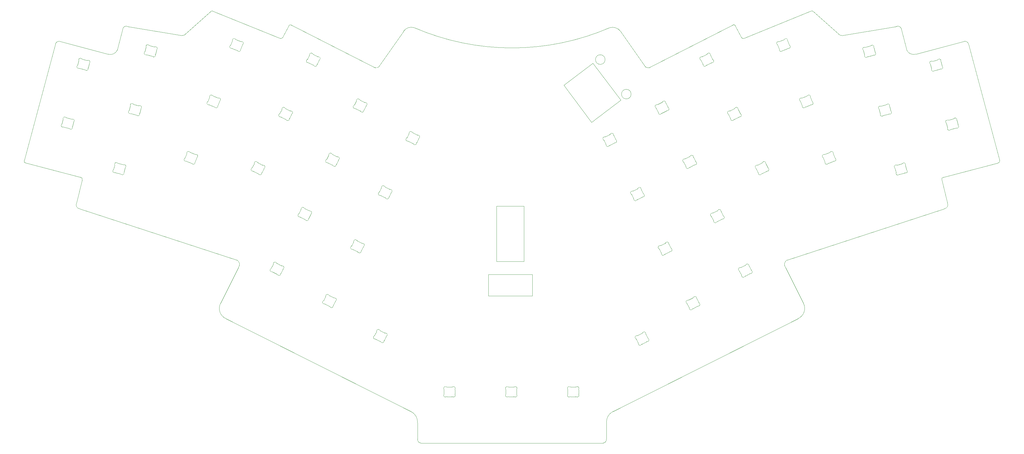
<source format=gbr>
%TF.GenerationSoftware,KiCad,Pcbnew,(6.0.4)*%
%TF.CreationDate,2023-01-19T19:57:53+01:00*%
%TF.ProjectId,Zazu,5a617a75-2e6b-4696-9361-645f70636258,rev?*%
%TF.SameCoordinates,Original*%
%TF.FileFunction,Profile,NP*%
%FSLAX46Y46*%
G04 Gerber Fmt 4.6, Leading zero omitted, Abs format (unit mm)*
G04 Created by KiCad (PCBNEW (6.0.4)) date 2023-01-19 19:57:53*
%MOMM*%
%LPD*%
G01*
G04 APERTURE LIST*
%TA.AperFunction,Profile*%
%ADD10C,0.050000*%
%TD*%
%TA.AperFunction,Profile*%
%ADD11C,0.100000*%
%TD*%
%TA.AperFunction,Profile*%
%ADD12C,0.120000*%
%TD*%
G04 APERTURE END LIST*
D10*
X312619583Y-151392042D02*
G75*
G03*
X314270601Y-146566082I-1425983J3183242D01*
G01*
X120433765Y-63015768D02*
G75*
G03*
X121106020Y-62838735I185535J660368D01*
G01*
X229683344Y-144280080D02*
X229683343Y-137580079D01*
X192857226Y-60578797D02*
G75*
G03*
X189551344Y-61634078I-946726J-2740003D01*
G01*
X132434436Y-146578438D02*
G75*
G03*
X134085436Y-151404438I3076964J-1642762D01*
G01*
X192857246Y-60578740D02*
G75*
G03*
X253851705Y-60578744I30497234J70469010D01*
G01*
X101954436Y-60726438D02*
X100176436Y-67584438D01*
X344750568Y-60714099D02*
G75*
G03*
X343226601Y-60206082I-1020268J-520801D01*
G01*
X82142438Y-64790403D02*
G75*
G03*
X80872436Y-65806438I-71238J-1212697D01*
G01*
X71220506Y-101874482D02*
G75*
G03*
X71748492Y-102842087I537394J-334618D01*
G01*
X314270601Y-146566082D02*
X308682601Y-135390082D01*
X309186695Y-133104082D02*
X358212601Y-117102082D01*
X151153992Y-63952081D02*
X129973258Y-55365110D01*
X254961620Y-180348123D02*
G75*
G03*
X252830436Y-183916438I1548580J-3345477D01*
G01*
X365832573Y-65794087D02*
G75*
G03*
X364562601Y-64778082I-1198773J-196713D01*
G01*
X374956545Y-102829731D02*
X357912066Y-107272346D01*
X292967640Y-59875750D02*
G75*
G03*
X292459692Y-59621723I-418340J-201650D01*
G01*
X294999655Y-63685739D02*
G75*
G03*
X295551045Y-63939725I413945J173139D01*
G01*
X317269333Y-55432439D02*
G75*
G03*
X316731779Y-55352754I-330933J-379461D01*
G01*
X265027704Y-72829711D02*
X257153703Y-61621709D01*
X87476436Y-115336438D02*
X89213394Y-108032807D01*
X151153965Y-63952165D02*
G75*
G03*
X151705346Y-63698080I137435J427065D01*
G01*
X154245343Y-59634087D02*
G75*
G03*
X153737346Y-59888082I-89643J-455713D01*
G01*
X252830436Y-188996438D02*
X252830436Y-183916438D01*
X180661346Y-73096079D02*
X154245345Y-59634079D01*
X292459692Y-59621723D02*
X266043691Y-73083723D01*
X97382436Y-68854438D02*
X82142436Y-64790438D01*
X89213436Y-108032825D02*
G75*
G03*
X88792971Y-107284702I-493736J214725D01*
G01*
X346528559Y-67572101D02*
G75*
G03*
X349322601Y-68842082I2122541J961201D01*
G01*
X189551344Y-61634078D02*
X181677343Y-72842080D01*
X357912057Y-107272282D02*
G75*
G03*
X357491643Y-108020451I73343J-533418D01*
G01*
X120433771Y-63015746D02*
X103478436Y-60218438D01*
X294999691Y-63685724D02*
X292967691Y-59875726D01*
X257153668Y-61621736D02*
G75*
G03*
X253851705Y-60578744I-2409468J-1879764D01*
G01*
X97382445Y-68854407D02*
G75*
G03*
X100176436Y-67584438I671455J2231207D01*
G01*
X364562601Y-64778082D02*
X349322601Y-68842082D01*
X316731779Y-55352754D02*
X295551045Y-63939725D01*
X374956533Y-102829677D02*
G75*
G03*
X375484601Y-101862082I-154433J712177D01*
G01*
X193874644Y-188996441D02*
G75*
G03*
X194890600Y-190266438I1207056J-75759D01*
G01*
X88492436Y-117114438D02*
X137518342Y-133116438D01*
X325599000Y-62826396D02*
G75*
G03*
X326271266Y-63003390I486700J483396D01*
G01*
X194890600Y-190266438D02*
X251814436Y-190266438D01*
X138022436Y-135402438D02*
X132434436Y-146578438D01*
X325599017Y-62826379D02*
X317269352Y-55432417D01*
X215967345Y-144280079D02*
X229683344Y-144280080D01*
X346528601Y-67572082D02*
X344750601Y-60714082D01*
X215967345Y-144280079D02*
X215967342Y-137580080D01*
X358212600Y-117102068D02*
G75*
G03*
X359228601Y-115324082I-74700J1221968D01*
G01*
X129435685Y-55444773D02*
X121106020Y-62838735D01*
X365832601Y-65794082D02*
X375484601Y-101862082D01*
X309186688Y-133104069D02*
G75*
G03*
X308682601Y-135390082I733512J-1360331D01*
G01*
X265027685Y-72829732D02*
G75*
G03*
X266043701Y-73083710I734515J779132D01*
G01*
X215967342Y-137580080D02*
X229683343Y-137580079D01*
X134085436Y-151404438D02*
X191743436Y-180360438D01*
X357491643Y-108020451D02*
X359228601Y-115324082D01*
X103478423Y-60218466D02*
G75*
G03*
X101954436Y-60726438I-503723J-1028834D01*
G01*
X87476453Y-115336446D02*
G75*
G03*
X88492436Y-117114438I1090647J-556054D01*
G01*
X71220436Y-101874438D02*
X80872436Y-65806438D01*
X153737346Y-59888082D02*
X151705346Y-63698080D01*
X193874600Y-183916438D02*
X193874600Y-188996438D01*
X251814434Y-190266428D02*
G75*
G03*
X252830436Y-188996438I-191034J1194228D01*
G01*
X129973251Y-55365126D02*
G75*
G03*
X129435685Y-55444773I-206651J-459174D01*
G01*
X88792971Y-107284702D02*
X71748492Y-102842087D01*
X193874629Y-183916440D02*
G75*
G03*
X191743436Y-180360438I-3662129J221840D01*
G01*
X254961601Y-180348082D02*
X312619601Y-151392082D01*
X343226601Y-60206082D02*
X326271266Y-63003390D01*
X138022374Y-135402392D02*
G75*
G03*
X137518342Y-133116438I-1237474J925692D01*
G01*
X180661352Y-73096056D02*
G75*
G03*
X181677343Y-72842080I281448J1033256D01*
G01*
D11*
%TO.C,D73*%
X240740437Y-174967279D02*
X240740437Y-173561595D01*
X244140435Y-173561595D02*
X244140435Y-174967279D01*
X241645984Y-172764438D02*
X243234889Y-172764438D01*
X243234888Y-175764437D02*
X241645984Y-175764437D01*
X241393725Y-172696138D02*
G75*
G03*
X241645983Y-172764437I252261J431711D01*
G01*
X241393726Y-172696137D02*
G75*
G03*
X240690952Y-173344717I-252260J-431700D01*
G01*
X243487147Y-175832736D02*
G75*
G03*
X243234888Y-175764437I-252261J-431710D01*
G01*
X241645984Y-175764438D02*
G75*
G03*
X241393726Y-175832736I2J-500009D01*
G01*
X240690954Y-175184158D02*
G75*
G03*
X240740437Y-174967280I-450498J216871D01*
G01*
X240690955Y-175184158D02*
G75*
G03*
X241393725Y-175832734I450511J-216879D01*
G01*
X244189920Y-173344717D02*
G75*
G03*
X244140435Y-173561594I450505J-216876D01*
G01*
X240740438Y-173561595D02*
G75*
G03*
X240690952Y-173344717I-499302J158D01*
G01*
X243234889Y-172764438D02*
G75*
G03*
X243487147Y-172696139I-3J500009D01*
G01*
X244140435Y-174967279D02*
G75*
G03*
X244189920Y-175184157I499990J-2D01*
G01*
X243487147Y-175832736D02*
G75*
G03*
X244189920Y-175184156I252259J431700D01*
G01*
X244189919Y-173344717D02*
G75*
G03*
X243487147Y-172696139I-450514J216878D01*
G01*
%TO.C,D42*%
X345828609Y-105942310D02*
X344293845Y-106353549D01*
X346133162Y-103580155D02*
X346496980Y-104937942D01*
X343517388Y-103455772D02*
X345052153Y-103044533D01*
X343212834Y-105817926D02*
X342849016Y-104460140D01*
X343221168Y-106040222D02*
G75*
G03*
X343212834Y-105817927I-491276J92884D01*
G01*
X342849017Y-104460140D02*
G75*
G03*
X342745085Y-104263459I-482329J-129076D01*
G01*
X346089949Y-105942993D02*
G75*
G03*
X346600911Y-105134621I131931J482280D01*
G01*
X343221170Y-106040222D02*
G75*
G03*
X344067858Y-106484808I491293J-92888D01*
G01*
X344293845Y-106353550D02*
G75*
G03*
X344067860Y-106484810I129414J-482971D01*
G01*
X346124829Y-103357860D02*
G75*
G03*
X346133162Y-103580154I491286J-92887D01*
G01*
X345052153Y-103044534D02*
G75*
G03*
X345278138Y-102913273I-129415J482971D01*
G01*
X346496980Y-104937942D02*
G75*
G03*
X346600911Y-105134622I482954J129405D01*
G01*
X346124828Y-103357860D02*
G75*
G03*
X345278138Y-102913273I-491295J92886D01*
G01*
X343256047Y-103455088D02*
G75*
G03*
X342745085Y-104263459I-131931J-482280D01*
G01*
X343256047Y-103455090D02*
G75*
G03*
X343517387Y-103455772I131931J482292D01*
G01*
X346089949Y-105942993D02*
G75*
G03*
X345828609Y-105942310I-131931J-482297D01*
G01*
%TO.C,D85*%
X151859461Y-135993765D02*
X151221293Y-137246239D01*
X149998790Y-134151036D02*
X151414515Y-134872384D01*
X148191873Y-135702672D02*
X148830040Y-134450199D01*
X150052543Y-137545402D02*
X148636819Y-136824055D01*
X148830041Y-134450199D02*
G75*
G03*
X148884409Y-134234493I-444810J226819D01*
G01*
X148636819Y-136824055D02*
G75*
G03*
X148381048Y-136770387I-226998J-445513D01*
G01*
X151414515Y-134872385D02*
G75*
G03*
X151670285Y-134926052I226995J445506D01*
G01*
X148049323Y-135873448D02*
G75*
G03*
X148381048Y-136770385I302947J-397769D01*
G01*
X150246299Y-137720780D02*
G75*
G03*
X151166925Y-137461944I420753J270124D01*
G01*
X152002012Y-135822990D02*
G75*
G03*
X151670285Y-134926052I-302951J397768D01*
G01*
X150246300Y-137720780D02*
G75*
G03*
X150052543Y-137545402I-420763J-270138D01*
G01*
X149805034Y-133975656D02*
G75*
G03*
X148884409Y-134234493I-420752J-270125D01*
G01*
X151221294Y-137246239D02*
G75*
G03*
X151166924Y-137461944I445493J-226993D01*
G01*
X148049320Y-135873444D02*
G75*
G03*
X148191872Y-135702673I-302941J397765D01*
G01*
X152002013Y-135822992D02*
G75*
G03*
X151859461Y-135993765I302936J-397757D01*
G01*
X149805033Y-133975657D02*
G75*
G03*
X149998790Y-134151035I420759J270133D01*
G01*
%TO.C,D56*%
X338284480Y-87414601D02*
X337920662Y-86056815D01*
X340900255Y-87538985D02*
X339365491Y-87950224D01*
X338589034Y-85052447D02*
X340123799Y-84641208D01*
X341204808Y-85176830D02*
X341568626Y-86534617D01*
X341161595Y-87539668D02*
G75*
G03*
X341672557Y-86731296I131931J482280D01*
G01*
X338292816Y-87636897D02*
G75*
G03*
X339139504Y-88081483I491293J-92888D01*
G01*
X338292814Y-87636897D02*
G75*
G03*
X338284480Y-87414602I-491276J92884D01*
G01*
X339365491Y-87950225D02*
G75*
G03*
X339139506Y-88081485I129414J-482971D01*
G01*
X341196474Y-84954535D02*
G75*
G03*
X340349784Y-84509948I-491295J92886D01*
G01*
X340123799Y-84641209D02*
G75*
G03*
X340349784Y-84509948I-129415J482971D01*
G01*
X338327693Y-85051763D02*
G75*
G03*
X337816731Y-85860134I-131931J-482280D01*
G01*
X341196475Y-84954535D02*
G75*
G03*
X341204808Y-85176829I491286J-92887D01*
G01*
X341161595Y-87539668D02*
G75*
G03*
X340900255Y-87538985I-131931J-482297D01*
G01*
X337920663Y-86056815D02*
G75*
G03*
X337816731Y-85860134I-482329J-129076D01*
G01*
X338327693Y-85051765D02*
G75*
G03*
X338589033Y-85052447I131931J482292D01*
G01*
X341568626Y-86534617D02*
G75*
G03*
X341672557Y-86731297I482954J129405D01*
G01*
%TO.C,D50*%
X252479395Y-94613475D02*
X253895120Y-93892127D01*
X255063869Y-94191290D02*
X255702036Y-95443763D01*
X255257090Y-96565146D02*
X253841366Y-97286493D01*
X252672616Y-96987330D02*
X252034448Y-95734856D01*
X252726983Y-97203035D02*
G75*
G03*
X252672616Y-96987331I-499863J-11284D01*
G01*
X252034449Y-95734856D02*
G75*
G03*
X251891896Y-95564082I-444953J-226538D01*
G01*
X255009500Y-93975584D02*
G75*
G03*
X254088876Y-93716749I-499872J-11291D01*
G01*
X253841366Y-97286494D02*
G75*
G03*
X253647610Y-97461871I227002J-445511D01*
G01*
X252223623Y-94667141D02*
G75*
G03*
X252479394Y-94613474I28774J499180D01*
G01*
X255009499Y-93975584D02*
G75*
G03*
X255063868Y-94191289I499854J11285D01*
G01*
X255512861Y-96511477D02*
G75*
G03*
X255257090Y-96565146I-28772J-499188D01*
G01*
X255702036Y-95443763D02*
G75*
G03*
X255844588Y-95614537I445495J226989D01*
G01*
X253895120Y-93892127D02*
G75*
G03*
X254088876Y-93716749I-227002J445510D01*
G01*
X252726987Y-97203035D02*
G75*
G03*
X253647608Y-97461870I499870J11287D01*
G01*
X252223623Y-94667141D02*
G75*
G03*
X251891896Y-95564082I-28777J-499171D01*
G01*
X255512861Y-96511478D02*
G75*
G03*
X255844588Y-95614536I28777J499171D01*
G01*
%TO.C,D57*%
X268974790Y-86945234D02*
X268336622Y-85692760D01*
X268781569Y-84571379D02*
X270197294Y-83850031D01*
X271559264Y-86523050D02*
X270143540Y-87244397D01*
X271366043Y-84149194D02*
X272004210Y-85401667D01*
X268336623Y-85692760D02*
G75*
G03*
X268194070Y-85521986I-444953J-226538D01*
G01*
X270197294Y-83850031D02*
G75*
G03*
X270391050Y-83674653I-227002J445510D01*
G01*
X271311673Y-83933488D02*
G75*
G03*
X271366042Y-84149193I499854J11285D01*
G01*
X271815035Y-86469381D02*
G75*
G03*
X271559264Y-86523050I-28772J-499188D01*
G01*
X271815035Y-86469382D02*
G75*
G03*
X272146762Y-85572440I28777J499171D01*
G01*
X269029161Y-87160939D02*
G75*
G03*
X269949782Y-87419774I499870J11287D01*
G01*
X270143540Y-87244398D02*
G75*
G03*
X269949784Y-87419775I227002J-445511D01*
G01*
X268525797Y-84625045D02*
G75*
G03*
X268781568Y-84571378I28774J499180D01*
G01*
X272004210Y-85401667D02*
G75*
G03*
X272146762Y-85572441I445495J226989D01*
G01*
X271311674Y-83933488D02*
G75*
G03*
X270391050Y-83674653I-499872J-11291D01*
G01*
X269029157Y-87160939D02*
G75*
G03*
X268974790Y-86945235I-499863J-11284D01*
G01*
X268525797Y-84625045D02*
G75*
G03*
X268194070Y-85521986I-28777J-499171D01*
G01*
%TO.C,D48*%
X99010631Y-104826436D02*
X99374449Y-103468649D01*
X101213766Y-106242043D02*
X99679002Y-105830804D01*
X102658595Y-104348634D02*
X102294777Y-105706420D01*
X100455459Y-102933028D02*
X101990224Y-103344267D01*
X102762526Y-104151953D02*
G75*
G03*
X102251563Y-103343584I-379033J326089D01*
G01*
X102762526Y-104151953D02*
G75*
G03*
X102658595Y-104348633I379014J-326081D01*
G01*
X99679002Y-105830805D02*
G75*
G03*
X99417663Y-105831487I-129410J-482972D01*
G01*
X101439752Y-106373304D02*
G75*
G03*
X101213766Y-106242043I-355404J-351716D01*
G01*
X99374449Y-103468649D02*
G75*
G03*
X99382782Y-103246354I-482247J129381D01*
G01*
X101990224Y-103344266D02*
G75*
G03*
X102251563Y-103343584I129409J482964D01*
G01*
X100229475Y-102801764D02*
G75*
G03*
X99382782Y-103246354I-355397J-351701D01*
G01*
X100229474Y-102801765D02*
G75*
G03*
X100455459Y-102933026I355400J351710D01*
G01*
X98906702Y-105023118D02*
G75*
G03*
X99417662Y-105831485I379028J-326090D01*
G01*
X98906702Y-105023118D02*
G75*
G03*
X99010631Y-104826437I-379018J326079D01*
G01*
X102294776Y-105706420D02*
G75*
G03*
X102286443Y-105928716I482954J-129409D01*
G01*
X101439752Y-106373304D02*
G75*
G03*
X102286444Y-105928715I355396J351701D01*
G01*
%TO.C,D49*%
X359244640Y-91798361D02*
X358880822Y-90440575D01*
X359549194Y-89436207D02*
X361083959Y-89024968D01*
X362164968Y-89560590D02*
X362528786Y-90918377D01*
X361860415Y-91922745D02*
X360325651Y-92333984D01*
X358880823Y-90440575D02*
G75*
G03*
X358776891Y-90243894I-482329J-129076D01*
G01*
X359252976Y-92020657D02*
G75*
G03*
X360099664Y-92465243I491293J-92888D01*
G01*
X362156634Y-89338295D02*
G75*
G03*
X361309944Y-88893708I-491295J92886D01*
G01*
X359287853Y-89435525D02*
G75*
G03*
X359549193Y-89436207I131931J482292D01*
G01*
X362121755Y-91923428D02*
G75*
G03*
X362632717Y-91115056I131931J482280D01*
G01*
X361083959Y-89024969D02*
G75*
G03*
X361309944Y-88893708I-129415J482971D01*
G01*
X362156635Y-89338295D02*
G75*
G03*
X362164968Y-89560589I491286J-92887D01*
G01*
X362528786Y-90918377D02*
G75*
G03*
X362632717Y-91115057I482954J129405D01*
G01*
X359287853Y-89435523D02*
G75*
G03*
X358776891Y-90243894I-131931J-482280D01*
G01*
X359252974Y-92020657D02*
G75*
G03*
X359244640Y-91798362I-491276J92884D01*
G01*
X360325651Y-92333985D02*
G75*
G03*
X360099666Y-92465245I129414J-482971D01*
G01*
X362121755Y-91923428D02*
G75*
G03*
X361860415Y-91922745I-131931J-482297D01*
G01*
%TO.C,D46*%
X89998078Y-73683925D02*
X88463314Y-73272686D01*
X91442907Y-71790516D02*
X91079089Y-73148302D01*
X87794943Y-72268318D02*
X88158761Y-70910531D01*
X89239771Y-70374910D02*
X90774536Y-70786149D01*
X88463314Y-73272687D02*
G75*
G03*
X88201975Y-73273369I-129410J-482972D01*
G01*
X91546838Y-71593835D02*
G75*
G03*
X91035875Y-70785466I-379033J326089D01*
G01*
X88158761Y-70910531D02*
G75*
G03*
X88167094Y-70688236I-482247J129381D01*
G01*
X87691014Y-72465000D02*
G75*
G03*
X87794943Y-72268319I-379018J326079D01*
G01*
X91079088Y-73148302D02*
G75*
G03*
X91070755Y-73370598I482954J-129409D01*
G01*
X87691014Y-72465000D02*
G75*
G03*
X88201974Y-73273367I379028J-326090D01*
G01*
X90224064Y-73815186D02*
G75*
G03*
X91070756Y-73370597I355396J351701D01*
G01*
X90774536Y-70786148D02*
G75*
G03*
X91035875Y-70785466I129409J482964D01*
G01*
X90224064Y-73815186D02*
G75*
G03*
X89998078Y-73683925I-355404J-351716D01*
G01*
X89013786Y-70243647D02*
G75*
G03*
X89239771Y-70374908I355400J351710D01*
G01*
X91546838Y-71593835D02*
G75*
G03*
X91442907Y-71790515I379014J-326081D01*
G01*
X89013787Y-70243646D02*
G75*
G03*
X88167094Y-70688236I-355397J-351701D01*
G01*
%TO.C,D51*%
X297542517Y-137390290D02*
X296126793Y-138111637D01*
X294764822Y-135438619D02*
X296180547Y-134717271D01*
X294958043Y-137812474D02*
X294319875Y-136560000D01*
X297349296Y-135016434D02*
X297987463Y-136268907D01*
X296126793Y-138111638D02*
G75*
G03*
X295933037Y-138287015I227002J-445511D01*
G01*
X294509050Y-135492285D02*
G75*
G03*
X294177323Y-136389226I-28777J-499171D01*
G01*
X297987463Y-136268907D02*
G75*
G03*
X298130015Y-136439681I445495J226989D01*
G01*
X295012410Y-138028179D02*
G75*
G03*
X294958043Y-137812475I-499863J-11284D01*
G01*
X294319876Y-136560000D02*
G75*
G03*
X294177323Y-136389226I-444953J-226538D01*
G01*
X297294926Y-134800728D02*
G75*
G03*
X297349295Y-135016433I499854J11285D01*
G01*
X297798288Y-137336622D02*
G75*
G03*
X298130015Y-136439680I28777J499171D01*
G01*
X296180547Y-134717271D02*
G75*
G03*
X296374303Y-134541893I-227002J445510D01*
G01*
X297798288Y-137336621D02*
G75*
G03*
X297542517Y-137390290I-28772J-499188D01*
G01*
X295012414Y-138028179D02*
G75*
G03*
X295933035Y-138287014I499870J11287D01*
G01*
X294509050Y-135492285D02*
G75*
G03*
X294764821Y-135438618I28774J499180D01*
G01*
X297294927Y-134800728D02*
G75*
G03*
X296374303Y-134541893I-499872J-11291D01*
G01*
%TO.C,D61*%
X154551512Y-87654195D02*
X153913344Y-88906669D01*
X150883924Y-87363102D02*
X151522091Y-86110629D01*
X152744594Y-89205832D02*
X151328870Y-88484485D01*
X152690841Y-85811466D02*
X154106566Y-86532814D01*
X154106566Y-86532815D02*
G75*
G03*
X154362336Y-86586482I226995J445506D01*
G01*
X151328870Y-88484485D02*
G75*
G03*
X151073099Y-88430817I-226998J-445513D01*
G01*
X152497085Y-85636086D02*
G75*
G03*
X151576460Y-85894923I-420752J-270125D01*
G01*
X152938350Y-89381210D02*
G75*
G03*
X153858976Y-89122374I420753J270124D01*
G01*
X152497084Y-85636087D02*
G75*
G03*
X152690841Y-85811465I420759J270133D01*
G01*
X150741371Y-87533874D02*
G75*
G03*
X150883923Y-87363103I-302941J397765D01*
G01*
X151522092Y-86110629D02*
G75*
G03*
X151576460Y-85894923I-444810J226819D01*
G01*
X153913345Y-88906669D02*
G75*
G03*
X153858975Y-89122374I445493J-226993D01*
G01*
X154694063Y-87483420D02*
G75*
G03*
X154362336Y-86586482I-302951J397768D01*
G01*
X152938351Y-89381210D02*
G75*
G03*
X152744594Y-89205832I-420763J-270138D01*
G01*
X150741374Y-87533878D02*
G75*
G03*
X151073099Y-88430815I302947J-397769D01*
G01*
X154694064Y-87483422D02*
G75*
G03*
X154551512Y-87654195I302936J-397757D01*
G01*
%TO.C,D84*%
X173289263Y-128700430D02*
X173927430Y-127447957D01*
X175096180Y-127148794D02*
X176511905Y-127870142D01*
X175149933Y-130543160D02*
X173734209Y-129821813D01*
X176956851Y-128991523D02*
X176318683Y-130243997D01*
X174902424Y-126973414D02*
G75*
G03*
X173981799Y-127232251I-420752J-270125D01*
G01*
X177099402Y-128820748D02*
G75*
G03*
X176767675Y-127923810I-302951J397768D01*
G01*
X173146710Y-128871202D02*
G75*
G03*
X173289262Y-128700431I-302941J397765D01*
G01*
X173146713Y-128871206D02*
G75*
G03*
X173478438Y-129768143I302947J-397769D01*
G01*
X175343689Y-130718538D02*
G75*
G03*
X176264315Y-130459702I420753J270124D01*
G01*
X173734209Y-129821813D02*
G75*
G03*
X173478438Y-129768145I-226998J-445513D01*
G01*
X173927431Y-127447957D02*
G75*
G03*
X173981799Y-127232251I-444810J226819D01*
G01*
X174902423Y-126973415D02*
G75*
G03*
X175096180Y-127148793I420759J270133D01*
G01*
X177099403Y-128820750D02*
G75*
G03*
X176956851Y-128991523I302936J-397757D01*
G01*
X176318684Y-130243997D02*
G75*
G03*
X176264314Y-130459702I445493J-226993D01*
G01*
X176511905Y-127870143D02*
G75*
G03*
X176767675Y-127923810I226995J445506D01*
G01*
X175343690Y-130718538D02*
G75*
G03*
X175149933Y-130543160I-420763J-270138D01*
G01*
%TO.C,D91*%
X84344897Y-88709028D02*
X85879662Y-89120267D01*
X86548033Y-90124634D02*
X86184215Y-91482420D01*
X82900069Y-90602436D02*
X83263887Y-89244649D01*
X85103204Y-92018043D02*
X83568440Y-91606804D01*
X82796140Y-90799118D02*
G75*
G03*
X83307100Y-91607485I379028J-326090D01*
G01*
X83263887Y-89244649D02*
G75*
G03*
X83272220Y-89022354I-482247J129381D01*
G01*
X86651964Y-89927953D02*
G75*
G03*
X86548033Y-90124633I379014J-326081D01*
G01*
X84118913Y-88577764D02*
G75*
G03*
X83272220Y-89022354I-355397J-351701D01*
G01*
X86651964Y-89927953D02*
G75*
G03*
X86141001Y-89119584I-379033J326089D01*
G01*
X85329190Y-92149304D02*
G75*
G03*
X85103204Y-92018043I-355404J-351716D01*
G01*
X86184214Y-91482420D02*
G75*
G03*
X86175881Y-91704716I482954J-129409D01*
G01*
X83568440Y-91606805D02*
G75*
G03*
X83307101Y-91607487I-129410J-482972D01*
G01*
X85329190Y-92149304D02*
G75*
G03*
X86175882Y-91704715I355396J351701D01*
G01*
X85879662Y-89120266D02*
G75*
G03*
X86141001Y-89119584I129409J482964D01*
G01*
X82796140Y-90799118D02*
G75*
G03*
X82900069Y-90602437I-379018J326079D01*
G01*
X84118912Y-88577765D02*
G75*
G03*
X84344897Y-88709026I355400J351710D01*
G01*
%TO.C,D90*%
X194236152Y-95205818D02*
X193597984Y-96458292D01*
X190568564Y-94914725D02*
X191206731Y-93662252D01*
X192375481Y-93363089D02*
X193791206Y-94084437D01*
X192429234Y-96757455D02*
X191013510Y-96036108D01*
X193597985Y-96458292D02*
G75*
G03*
X193543615Y-96673997I445493J-226993D01*
G01*
X191013510Y-96036108D02*
G75*
G03*
X190757739Y-95982440I-226998J-445513D01*
G01*
X194378704Y-95035045D02*
G75*
G03*
X194236152Y-95205818I302936J-397757D01*
G01*
X193791206Y-94084438D02*
G75*
G03*
X194046976Y-94138105I226995J445506D01*
G01*
X192181724Y-93187710D02*
G75*
G03*
X192375481Y-93363088I420759J270133D01*
G01*
X191206732Y-93662252D02*
G75*
G03*
X191261100Y-93446546I-444810J226819D01*
G01*
X190426014Y-95085501D02*
G75*
G03*
X190757739Y-95982438I302947J-397769D01*
G01*
X192181725Y-93187709D02*
G75*
G03*
X191261100Y-93446546I-420752J-270125D01*
G01*
X190426011Y-95085497D02*
G75*
G03*
X190568563Y-94914726I-302941J397765D01*
G01*
X192622991Y-96932833D02*
G75*
G03*
X192429234Y-96757455I-420763J-270138D01*
G01*
X194378703Y-95035043D02*
G75*
G03*
X194046976Y-94138105I-302951J397768D01*
G01*
X192622990Y-96932833D02*
G75*
G03*
X193543616Y-96673997I420753J270124D01*
G01*
%TO.C,D83*%
X103880255Y-86411361D02*
X104244073Y-85053574D01*
X106083390Y-87826968D02*
X104548626Y-87415729D01*
X105325083Y-84517953D02*
X106859848Y-84929192D01*
X107528219Y-85933559D02*
X107164401Y-87291345D01*
X103776326Y-86608043D02*
G75*
G03*
X103880255Y-86411362I-379018J326079D01*
G01*
X104244073Y-85053574D02*
G75*
G03*
X104252406Y-84831279I-482247J129381D01*
G01*
X103776326Y-86608043D02*
G75*
G03*
X104287286Y-87416410I379028J-326090D01*
G01*
X107164400Y-87291345D02*
G75*
G03*
X107156067Y-87513641I482954J-129409D01*
G01*
X107632150Y-85736878D02*
G75*
G03*
X107121187Y-84928509I-379033J326089D01*
G01*
X105099099Y-84386689D02*
G75*
G03*
X104252406Y-84831279I-355397J-351701D01*
G01*
X105099098Y-84386690D02*
G75*
G03*
X105325083Y-84517951I355400J351710D01*
G01*
X104548626Y-87415730D02*
G75*
G03*
X104287287Y-87416412I-129410J-482972D01*
G01*
X106309376Y-87958229D02*
G75*
G03*
X107156068Y-87513640I355396J351701D01*
G01*
X106309376Y-87958229D02*
G75*
G03*
X106083390Y-87826968I-355404J-351716D01*
G01*
X106859848Y-84929191D02*
G75*
G03*
X107121187Y-84928509I129409J482964D01*
G01*
X107632150Y-85736878D02*
G75*
G03*
X107528219Y-85933558I379014J-326081D01*
G01*
%TO.C,D59*%
X204629304Y-175764438D02*
X203040400Y-175764438D01*
X203040400Y-172764439D02*
X204629305Y-172764439D01*
X205534851Y-173561596D02*
X205534851Y-174967280D01*
X202134853Y-174967280D02*
X202134853Y-173561596D01*
X205584336Y-173344718D02*
G75*
G03*
X205534851Y-173561595I450505J-216876D01*
G01*
X202134854Y-173561596D02*
G75*
G03*
X202085368Y-173344718I-499302J158D01*
G01*
X205584335Y-173344718D02*
G75*
G03*
X204881563Y-172696140I-450514J216878D01*
G01*
X205534851Y-174967280D02*
G75*
G03*
X205584336Y-175184158I499990J-2D01*
G01*
X202788141Y-172696139D02*
G75*
G03*
X203040399Y-172764438I252261J431711D01*
G01*
X204881563Y-175832737D02*
G75*
G03*
X204629304Y-175764438I-252261J-431710D01*
G01*
X204629305Y-172764439D02*
G75*
G03*
X204881563Y-172696140I-3J500009D01*
G01*
X202788142Y-172696138D02*
G75*
G03*
X202085368Y-173344718I-252260J-431700D01*
G01*
X204881563Y-175832737D02*
G75*
G03*
X205584336Y-175184157I252259J431700D01*
G01*
X203040400Y-175764439D02*
G75*
G03*
X202788142Y-175832737I2J-500009D01*
G01*
X202085371Y-175184159D02*
G75*
G03*
X202788141Y-175832735I450511J-216879D01*
G01*
X202085370Y-175184159D02*
G75*
G03*
X202134853Y-174967281I-450498J216871D01*
G01*
%TO.C,D88*%
X323602906Y-102303973D02*
X322129700Y-102899187D01*
X321005881Y-100117636D02*
X322479088Y-99522422D01*
X320991471Y-102499299D02*
X320464893Y-101195971D01*
X323617316Y-99922309D02*
X324143894Y-101225637D01*
X322479088Y-99522422D02*
G75*
G03*
X322687392Y-99364599I-187309J463599D01*
G01*
X320746405Y-100148806D02*
G75*
G03*
X320337767Y-101013423I-72173J-494764D01*
G01*
X320746405Y-100148808D02*
G75*
G03*
X321005880Y-100117636I72170J494775D01*
G01*
X321026836Y-102718922D02*
G75*
G03*
X321921394Y-103057009I498951J-32322D01*
G01*
X324143895Y-101225637D02*
G75*
G03*
X324271020Y-101408185I463583J187298D01*
G01*
X320464893Y-101195971D02*
G75*
G03*
X320337767Y-101013423I-463003J-186895D01*
G01*
X323581951Y-99702686D02*
G75*
G03*
X322687392Y-99364599I-498952J32320D01*
G01*
X323862382Y-102272803D02*
G75*
G03*
X324271020Y-101408184I72173J494765D01*
G01*
X322129700Y-102899188D02*
G75*
G03*
X321921396Y-103057010I187309J-463599D01*
G01*
X323581954Y-99702686D02*
G75*
G03*
X323617316Y-99922309I498935J-32324D01*
G01*
X321026832Y-102718922D02*
G75*
G03*
X320991472Y-102499300I-498945J32325D01*
G01*
X323862382Y-102272801D02*
G75*
G03*
X323602906Y-102303973I-72171J-494773D01*
G01*
%TO.C,D67*%
X161316658Y-68882345D02*
X162732383Y-69603693D01*
X163177329Y-70725074D02*
X162539161Y-71977548D01*
X161370411Y-72276711D02*
X159954687Y-71555364D01*
X159509741Y-70433981D02*
X160147908Y-69181508D01*
X162732383Y-69603694D02*
G75*
G03*
X162988153Y-69657361I226995J445506D01*
G01*
X162539162Y-71977548D02*
G75*
G03*
X162484792Y-72193253I445493J-226993D01*
G01*
X160147909Y-69181508D02*
G75*
G03*
X160202277Y-68965802I-444810J226819D01*
G01*
X159367188Y-70604753D02*
G75*
G03*
X159509740Y-70433982I-302941J397765D01*
G01*
X161122902Y-68706965D02*
G75*
G03*
X160202277Y-68965802I-420752J-270125D01*
G01*
X163319881Y-70554301D02*
G75*
G03*
X163177329Y-70725074I302936J-397757D01*
G01*
X163319880Y-70554299D02*
G75*
G03*
X162988153Y-69657361I-302951J397768D01*
G01*
X159367191Y-70604757D02*
G75*
G03*
X159698916Y-71501694I302947J-397769D01*
G01*
X159954687Y-71555364D02*
G75*
G03*
X159698916Y-71501696I-226998J-445513D01*
G01*
X161564167Y-72452089D02*
G75*
G03*
X162484793Y-72193253I420753J270124D01*
G01*
X161122901Y-68706966D02*
G75*
G03*
X161316658Y-68882344I420759J270133D01*
G01*
X161564168Y-72452089D02*
G75*
G03*
X161370411Y-72276711I-420763J-270138D01*
G01*
%TO.C,D72*%
X302567007Y-103042817D02*
X303205174Y-104295290D01*
X302760228Y-105416673D02*
X301344504Y-106138020D01*
X299982533Y-103465002D02*
X301398258Y-102743654D01*
X300175754Y-105838857D02*
X299537586Y-104586383D01*
X303015999Y-105363005D02*
G75*
G03*
X303347726Y-104466063I28777J499171D01*
G01*
X299537587Y-104586383D02*
G75*
G03*
X299395034Y-104415609I-444953J-226538D01*
G01*
X302512637Y-102827111D02*
G75*
G03*
X302567006Y-103042816I499854J11285D01*
G01*
X300230121Y-106054562D02*
G75*
G03*
X300175754Y-105838858I-499863J-11284D01*
G01*
X301344504Y-106138021D02*
G75*
G03*
X301150748Y-106313398I227002J-445511D01*
G01*
X303205174Y-104295290D02*
G75*
G03*
X303347726Y-104466064I445495J226989D01*
G01*
X302512638Y-102827111D02*
G75*
G03*
X301592014Y-102568276I-499872J-11291D01*
G01*
X301398258Y-102743654D02*
G75*
G03*
X301592014Y-102568276I-227002J445510D01*
G01*
X299726761Y-103518668D02*
G75*
G03*
X299982532Y-103465001I28774J499180D01*
G01*
X303015999Y-105363004D02*
G75*
G03*
X302760228Y-105416673I-28772J-499188D01*
G01*
X300230125Y-106054562D02*
G75*
G03*
X301150746Y-106313397I499870J11287D01*
G01*
X299726761Y-103518668D02*
G75*
G03*
X299395034Y-104415609I-28777J-499171D01*
G01*
%TO.C,D66*%
X224814847Y-173558288D02*
X224814847Y-174963972D01*
X221414849Y-174963972D02*
X221414849Y-173558288D01*
X222320396Y-172761131D02*
X223909301Y-172761131D01*
X223909300Y-175761130D02*
X222320396Y-175761130D01*
X222320396Y-175761131D02*
G75*
G03*
X222068138Y-175829429I2J-500009D01*
G01*
X222068137Y-172692831D02*
G75*
G03*
X222320395Y-172761130I252261J431711D01*
G01*
X224864332Y-173341410D02*
G75*
G03*
X224814847Y-173558287I450505J-216876D01*
G01*
X221365367Y-175180851D02*
G75*
G03*
X222068137Y-175829427I450511J-216879D01*
G01*
X224814847Y-174963972D02*
G75*
G03*
X224864332Y-175180850I499990J-2D01*
G01*
X223909301Y-172761131D02*
G75*
G03*
X224161559Y-172692832I-3J500009D01*
G01*
X224161559Y-175829429D02*
G75*
G03*
X223909300Y-175761130I-252261J-431710D01*
G01*
X221414850Y-173558288D02*
G75*
G03*
X221365364Y-173341410I-499302J158D01*
G01*
X224864331Y-173341410D02*
G75*
G03*
X224161559Y-172692832I-450514J216878D01*
G01*
X221365366Y-175180851D02*
G75*
G03*
X221414849Y-174963973I-450498J216871D01*
G01*
X224161559Y-175829429D02*
G75*
G03*
X224864332Y-175180849I252259J431700D01*
G01*
X222068138Y-172692830D02*
G75*
G03*
X221365364Y-173341410I-252260J-431700D01*
G01*
%TO.C,D44*%
X261105214Y-111542601D02*
X262520939Y-110821253D01*
X261298435Y-113916456D02*
X260660267Y-112663982D01*
X263882909Y-113494272D02*
X262467185Y-114215619D01*
X263689688Y-111120416D02*
X264327855Y-112372889D01*
X260849442Y-111596267D02*
G75*
G03*
X261105213Y-111542600I28774J499180D01*
G01*
X261352802Y-114132161D02*
G75*
G03*
X261298435Y-113916457I-499863J-11284D01*
G01*
X260660268Y-112663982D02*
G75*
G03*
X260517715Y-112493208I-444953J-226538D01*
G01*
X263635319Y-110904710D02*
G75*
G03*
X262714695Y-110645875I-499872J-11291D01*
G01*
X262467185Y-114215620D02*
G75*
G03*
X262273429Y-114390997I227002J-445511D01*
G01*
X260849442Y-111596267D02*
G75*
G03*
X260517715Y-112493208I-28777J-499171D01*
G01*
X262520939Y-110821253D02*
G75*
G03*
X262714695Y-110645875I-227002J445510D01*
G01*
X264138680Y-113440603D02*
G75*
G03*
X263882909Y-113494272I-28772J-499188D01*
G01*
X264138680Y-113440604D02*
G75*
G03*
X264470407Y-112543662I28777J499171D01*
G01*
X263635318Y-110904710D02*
G75*
G03*
X263689687Y-111120415I499854J11285D01*
G01*
X264327855Y-112372889D02*
G75*
G03*
X264470407Y-112543663I445495J226989D01*
G01*
X261352806Y-114132161D02*
G75*
G03*
X262273427Y-114390996I499870J11287D01*
G01*
%TO.C,D65*%
X286226426Y-120803486D02*
X285588258Y-119551012D01*
X288617679Y-118007446D02*
X289255846Y-119259919D01*
X286033205Y-118429631D02*
X287448930Y-117708283D01*
X288810900Y-120381302D02*
X287395176Y-121102649D01*
X286280793Y-121019191D02*
G75*
G03*
X286226426Y-120803487I-499863J-11284D01*
G01*
X288563310Y-117791740D02*
G75*
G03*
X287642686Y-117532905I-499872J-11291D01*
G01*
X286280797Y-121019191D02*
G75*
G03*
X287201418Y-121278026I499870J11287D01*
G01*
X289066671Y-120327634D02*
G75*
G03*
X289398398Y-119430692I28777J499171D01*
G01*
X287448930Y-117708283D02*
G75*
G03*
X287642686Y-117532905I-227002J445510D01*
G01*
X289066671Y-120327633D02*
G75*
G03*
X288810900Y-120381302I-28772J-499188D01*
G01*
X289255846Y-119259919D02*
G75*
G03*
X289398398Y-119430693I445495J226989D01*
G01*
X285588259Y-119551012D02*
G75*
G03*
X285445706Y-119380238I-444953J-226538D01*
G01*
X285777433Y-118483297D02*
G75*
G03*
X286033204Y-118429630I28774J499180D01*
G01*
X287395176Y-121102650D02*
G75*
G03*
X287201420Y-121278027I227002J-445511D01*
G01*
X288563309Y-117791740D02*
G75*
G03*
X288617678Y-118007445I499854J11285D01*
G01*
X285777433Y-118483297D02*
G75*
G03*
X285445706Y-119380238I-28777J-499171D01*
G01*
%TO.C,D41*%
X164562197Y-145740559D02*
X165200364Y-144488086D01*
X166422867Y-147583289D02*
X165007143Y-146861942D01*
X168229785Y-146031652D02*
X167591617Y-147284126D01*
X166369114Y-144188923D02*
X167784839Y-144910271D01*
X166175358Y-144013543D02*
G75*
G03*
X165254733Y-144272380I-420752J-270125D01*
G01*
X166616623Y-147758667D02*
G75*
G03*
X167537249Y-147499831I420753J270124D01*
G01*
X164419644Y-145911331D02*
G75*
G03*
X164562196Y-145740560I-302941J397765D01*
G01*
X164419647Y-145911335D02*
G75*
G03*
X164751372Y-146808272I302947J-397769D01*
G01*
X165200365Y-144488086D02*
G75*
G03*
X165254733Y-144272380I-444810J226819D01*
G01*
X168372336Y-145860877D02*
G75*
G03*
X168040609Y-144963939I-302951J397768D01*
G01*
X168372337Y-145860879D02*
G75*
G03*
X168229785Y-146031652I302936J-397757D01*
G01*
X167784839Y-144910272D02*
G75*
G03*
X168040609Y-144963939I226995J445506D01*
G01*
X166175357Y-144013544D02*
G75*
G03*
X166369114Y-144188922I420759J270133D01*
G01*
X167591618Y-147284126D02*
G75*
G03*
X167537248Y-147499831I445493J-226993D01*
G01*
X165007143Y-146861942D02*
G75*
G03*
X164751372Y-146808274I-226998J-445513D01*
G01*
X166616624Y-147758667D02*
G75*
G03*
X166422867Y-147583289I-420763J-270138D01*
G01*
%TO.C,D64*%
X282924118Y-71980610D02*
X282285950Y-70728136D01*
X282730897Y-69606755D02*
X284146622Y-68885407D01*
X285315371Y-69184570D02*
X285953538Y-70437043D01*
X285508592Y-71558426D02*
X284092868Y-72279773D01*
X285764363Y-71504757D02*
G75*
G03*
X285508592Y-71558426I-28772J-499188D01*
G01*
X285261002Y-68968864D02*
G75*
G03*
X284340378Y-68710029I-499872J-11291D01*
G01*
X282978485Y-72196315D02*
G75*
G03*
X282924118Y-71980611I-499863J-11284D01*
G01*
X282978489Y-72196315D02*
G75*
G03*
X283899110Y-72455150I499870J11287D01*
G01*
X285953538Y-70437043D02*
G75*
G03*
X286096090Y-70607817I445495J226989D01*
G01*
X285261001Y-68968864D02*
G75*
G03*
X285315370Y-69184569I499854J11285D01*
G01*
X284146622Y-68885407D02*
G75*
G03*
X284340378Y-68710029I-227002J445510D01*
G01*
X282285951Y-70728136D02*
G75*
G03*
X282143398Y-70557362I-444953J-226538D01*
G01*
X284092868Y-72279774D02*
G75*
G03*
X283899112Y-72455151I227002J-445511D01*
G01*
X282475125Y-69660421D02*
G75*
G03*
X282143398Y-70557362I-28777J-499171D01*
G01*
X285764363Y-71504758D02*
G75*
G03*
X286096090Y-70607816I28777J499171D01*
G01*
X282475125Y-69660421D02*
G75*
G03*
X282730896Y-69606754I28774J499180D01*
G01*
%TO.C,D54*%
X169170716Y-101951179D02*
X168532548Y-103203653D01*
X165503128Y-101660086D02*
X166141295Y-100407613D01*
X167363798Y-103502816D02*
X165948074Y-102781469D01*
X167310045Y-100108450D02*
X168725770Y-100829798D01*
X168725770Y-100829799D02*
G75*
G03*
X168981540Y-100883466I226995J445506D01*
G01*
X165360575Y-101830858D02*
G75*
G03*
X165503127Y-101660087I-302941J397765D01*
G01*
X168532549Y-103203653D02*
G75*
G03*
X168478179Y-103419358I445493J-226993D01*
G01*
X167116289Y-99933070D02*
G75*
G03*
X166195664Y-100191907I-420752J-270125D01*
G01*
X167116288Y-99933071D02*
G75*
G03*
X167310045Y-100108449I420759J270133D01*
G01*
X165360578Y-101830862D02*
G75*
G03*
X165692303Y-102727799I302947J-397769D01*
G01*
X167557554Y-103678194D02*
G75*
G03*
X168478180Y-103419358I420753J270124D01*
G01*
X167557555Y-103678194D02*
G75*
G03*
X167363798Y-103502816I-420763J-270138D01*
G01*
X165948074Y-102781469D02*
G75*
G03*
X165692303Y-102727801I-226998J-445513D01*
G01*
X169313268Y-101780406D02*
G75*
G03*
X169170716Y-101951179I302936J-397757D01*
G01*
X169313267Y-101780404D02*
G75*
G03*
X168981540Y-100883466I-302951J397768D01*
G01*
X166141296Y-100407613D02*
G75*
G03*
X166195664Y-100191907I-444810J226819D01*
G01*
%TO.C,D71*%
X306770834Y-64884649D02*
X308244041Y-64289435D01*
X309367859Y-67070986D02*
X307894653Y-67666200D01*
X309382269Y-64689322D02*
X309908847Y-65992650D01*
X306756424Y-67266312D02*
X306229846Y-65962984D01*
X308244041Y-64289435D02*
G75*
G03*
X308452345Y-64131612I-187309J463599D01*
G01*
X307894653Y-67666201D02*
G75*
G03*
X307686349Y-67824023I187309J-463599D01*
G01*
X309627335Y-67039814D02*
G75*
G03*
X309367859Y-67070986I-72171J-494773D01*
G01*
X309908848Y-65992650D02*
G75*
G03*
X310035973Y-66175198I463583J187298D01*
G01*
X309346904Y-64469699D02*
G75*
G03*
X308452345Y-64131612I-498952J32320D01*
G01*
X309627335Y-67039816D02*
G75*
G03*
X310035973Y-66175197I72173J494765D01*
G01*
X309346907Y-64469699D02*
G75*
G03*
X309382269Y-64689322I498935J-32324D01*
G01*
X306511358Y-64915819D02*
G75*
G03*
X306102720Y-65780436I-72173J-494764D01*
G01*
X306511358Y-64915821D02*
G75*
G03*
X306770833Y-64884649I72170J494775D01*
G01*
X306791789Y-67485935D02*
G75*
G03*
X307686347Y-67824022I498951J-32322D01*
G01*
X306229846Y-65962984D02*
G75*
G03*
X306102720Y-65780436I-463003J-186895D01*
G01*
X306791785Y-67485935D02*
G75*
G03*
X306756425Y-67266313I-498945J32325D01*
G01*
%TO.C,D69*%
X158684228Y-117037575D02*
X160099953Y-117758923D01*
X156877311Y-118589211D02*
X157515478Y-117336738D01*
X158737981Y-120431941D02*
X157322257Y-119710594D01*
X160544899Y-118880304D02*
X159906731Y-120132778D01*
X158490472Y-116862195D02*
G75*
G03*
X157569847Y-117121032I-420752J-270125D01*
G01*
X157515479Y-117336738D02*
G75*
G03*
X157569847Y-117121032I-444810J226819D01*
G01*
X157322257Y-119710594D02*
G75*
G03*
X157066486Y-119656926I-226998J-445513D01*
G01*
X159906732Y-120132778D02*
G75*
G03*
X159852362Y-120348483I445493J-226993D01*
G01*
X158490471Y-116862196D02*
G75*
G03*
X158684228Y-117037574I420759J270133D01*
G01*
X160687450Y-118709529D02*
G75*
G03*
X160355723Y-117812591I-302951J397768D01*
G01*
X160099953Y-117758924D02*
G75*
G03*
X160355723Y-117812591I226995J445506D01*
G01*
X158931737Y-120607319D02*
G75*
G03*
X159852363Y-120348483I420753J270124D01*
G01*
X156734758Y-118759983D02*
G75*
G03*
X156877310Y-118589212I-302941J397765D01*
G01*
X158931738Y-120607319D02*
G75*
G03*
X158737981Y-120431941I-420763J-270138D01*
G01*
X160687451Y-118709531D02*
G75*
G03*
X160544899Y-118880304I302936J-397757D01*
G01*
X156734761Y-118759987D02*
G75*
G03*
X157066486Y-119656924I302947J-397769D01*
G01*
%TO.C,D58*%
X272326317Y-128153281D02*
X272964484Y-129405754D01*
X272519538Y-130527137D02*
X271103814Y-131248484D01*
X269741843Y-128575466D02*
X271157568Y-127854118D01*
X269935064Y-130949321D02*
X269296896Y-129696847D01*
X272271948Y-127937575D02*
G75*
G03*
X271351324Y-127678740I-499872J-11291D01*
G01*
X271157568Y-127854118D02*
G75*
G03*
X271351324Y-127678740I-227002J445510D01*
G01*
X272775309Y-130473468D02*
G75*
G03*
X272519538Y-130527137I-28772J-499188D01*
G01*
X272775309Y-130473469D02*
G75*
G03*
X273107036Y-129576527I28777J499171D01*
G01*
X269989435Y-131165026D02*
G75*
G03*
X270910056Y-131423861I499870J11287D01*
G01*
X269989431Y-131165026D02*
G75*
G03*
X269935064Y-130949322I-499863J-11284D01*
G01*
X272271947Y-127937575D02*
G75*
G03*
X272326316Y-128153280I499854J11285D01*
G01*
X271103814Y-131248485D02*
G75*
G03*
X270910058Y-131423862I227002J-445511D01*
G01*
X269486071Y-128629132D02*
G75*
G03*
X269154344Y-129526073I-28777J-499171D01*
G01*
X272964484Y-129405754D02*
G75*
G03*
X273107036Y-129576528I445495J226989D01*
G01*
X269296897Y-129696847D02*
G75*
G03*
X269154344Y-129526073I-444953J-226538D01*
G01*
X269486071Y-128629132D02*
G75*
G03*
X269741842Y-128575465I28774J499180D01*
G01*
%TO.C,D86*%
X279991860Y-101078318D02*
X280630027Y-102330791D01*
X277407386Y-101500503D02*
X278823111Y-100779155D01*
X280185081Y-103452174D02*
X278769357Y-104173521D01*
X277600607Y-103874358D02*
X276962439Y-102621884D01*
X279937490Y-100862612D02*
G75*
G03*
X279991859Y-101078317I499854J11285D01*
G01*
X277151614Y-101554169D02*
G75*
G03*
X276819887Y-102451110I-28777J-499171D01*
G01*
X280630027Y-102330791D02*
G75*
G03*
X280772579Y-102501565I445495J226989D01*
G01*
X277654978Y-104090063D02*
G75*
G03*
X278575599Y-104348898I499870J11287D01*
G01*
X278823111Y-100779155D02*
G75*
G03*
X279016867Y-100603777I-227002J445510D01*
G01*
X277151614Y-101554169D02*
G75*
G03*
X277407385Y-101500502I28774J499180D01*
G01*
X278769357Y-104173522D02*
G75*
G03*
X278575601Y-104348899I227002J-445511D01*
G01*
X279937491Y-100862612D02*
G75*
G03*
X279016867Y-100603777I-499872J-11291D01*
G01*
X280440852Y-103398505D02*
G75*
G03*
X280185081Y-103452174I-28772J-499188D01*
G01*
X277654974Y-104090063D02*
G75*
G03*
X277600607Y-103874359I-499863J-11284D01*
G01*
X276962440Y-102621884D02*
G75*
G03*
X276819887Y-102451110I-444953J-226538D01*
G01*
X280440852Y-103398506D02*
G75*
G03*
X280772579Y-102501564I28777J499171D01*
G01*
%TO.C,D52*%
X184092680Y-156999359D02*
X183454512Y-158251833D01*
X180425092Y-156708266D02*
X181063259Y-155455793D01*
X182232009Y-155156630D02*
X183647734Y-155877978D01*
X182285762Y-158550996D02*
X180870038Y-157829649D01*
X180282539Y-156879038D02*
G75*
G03*
X180425091Y-156708267I-302941J397765D01*
G01*
X182479518Y-158726374D02*
G75*
G03*
X183400144Y-158467538I420753J270124D01*
G01*
X180282542Y-156879042D02*
G75*
G03*
X180614267Y-157775979I302947J-397769D01*
G01*
X181063260Y-155455793D02*
G75*
G03*
X181117628Y-155240087I-444810J226819D01*
G01*
X180870038Y-157829649D02*
G75*
G03*
X180614267Y-157775981I-226998J-445513D01*
G01*
X183647734Y-155877979D02*
G75*
G03*
X183903504Y-155931646I226995J445506D01*
G01*
X182038253Y-154981250D02*
G75*
G03*
X181117628Y-155240087I-420752J-270125D01*
G01*
X183454513Y-158251833D02*
G75*
G03*
X183400143Y-158467538I445493J-226993D01*
G01*
X182479519Y-158726374D02*
G75*
G03*
X182285762Y-158550996I-420763J-270138D01*
G01*
X184235232Y-156828586D02*
G75*
G03*
X184092680Y-156999359I302936J-397757D01*
G01*
X184235231Y-156828584D02*
G75*
G03*
X183903504Y-155931646I-302951J397768D01*
G01*
X182038252Y-154981251D02*
G75*
G03*
X182232009Y-155156629I420759J270133D01*
G01*
%TO.C,D63*%
X316485380Y-84687478D02*
X315012174Y-85282692D01*
X313873945Y-84882804D02*
X313347367Y-83579476D01*
X316499790Y-82305814D02*
X317026368Y-83609142D01*
X313888355Y-82501141D02*
X315361562Y-81905927D01*
X316464425Y-82086191D02*
G75*
G03*
X315569866Y-81748104I-498952J32320D01*
G01*
X316744856Y-84656308D02*
G75*
G03*
X317153494Y-83791689I72173J494765D01*
G01*
X313628879Y-82532313D02*
G75*
G03*
X313888354Y-82501141I72170J494775D01*
G01*
X317026369Y-83609142D02*
G75*
G03*
X317153494Y-83791690I463583J187298D01*
G01*
X313909306Y-85102427D02*
G75*
G03*
X313873946Y-84882805I-498945J32325D01*
G01*
X316464428Y-82086191D02*
G75*
G03*
X316499790Y-82305814I498935J-32324D01*
G01*
X316744856Y-84656306D02*
G75*
G03*
X316485380Y-84687478I-72171J-494773D01*
G01*
X315012174Y-85282693D02*
G75*
G03*
X314803870Y-85440515I187309J-463599D01*
G01*
X313909310Y-85102427D02*
G75*
G03*
X314803868Y-85440514I498951J-32322D01*
G01*
X313347367Y-83579476D02*
G75*
G03*
X313220241Y-83396928I-463003J-186895D01*
G01*
X313628879Y-82532311D02*
G75*
G03*
X313220241Y-83396928I-72173J-494764D01*
G01*
X315361562Y-81905927D02*
G75*
G03*
X315569866Y-81748104I-187309J463599D01*
G01*
%TO.C,D62*%
X144118772Y-106134958D02*
X142703048Y-105413611D01*
X142258102Y-104292228D02*
X142896269Y-103039755D01*
X145925690Y-104583321D02*
X145287522Y-105835795D01*
X144065019Y-102740592D02*
X145480744Y-103461940D01*
X145480744Y-103461941D02*
G75*
G03*
X145736514Y-103515608I226995J445506D01*
G01*
X143871262Y-102565213D02*
G75*
G03*
X144065019Y-102740591I420759J270133D01*
G01*
X145287523Y-105835795D02*
G75*
G03*
X145233153Y-106051500I445493J-226993D01*
G01*
X143871263Y-102565212D02*
G75*
G03*
X142950638Y-102824049I-420752J-270125D01*
G01*
X142703048Y-105413611D02*
G75*
G03*
X142447277Y-105359943I-226998J-445513D01*
G01*
X144312529Y-106310336D02*
G75*
G03*
X144118772Y-106134958I-420763J-270138D01*
G01*
X146068242Y-104412548D02*
G75*
G03*
X145925690Y-104583321I302936J-397757D01*
G01*
X142896270Y-103039755D02*
G75*
G03*
X142950638Y-102824049I-444810J226819D01*
G01*
X142115549Y-104463000D02*
G75*
G03*
X142258101Y-104292229I-302941J397765D01*
G01*
X142115552Y-104463004D02*
G75*
G03*
X142447277Y-105359941I302947J-397769D01*
G01*
X146068241Y-104412546D02*
G75*
G03*
X145736514Y-103515608I-302951J397768D01*
G01*
X144312528Y-106310336D02*
G75*
G03*
X145233154Y-106051500I420753J270124D01*
G01*
%TO.C,D87*%
X333358255Y-69054555D02*
X332994437Y-67696769D01*
X336278583Y-66816784D02*
X336642401Y-68174571D01*
X333662809Y-66692401D02*
X335197574Y-66281162D01*
X335974030Y-69178939D02*
X334439266Y-69590178D01*
X333401468Y-66691719D02*
G75*
G03*
X333662808Y-66692401I131931J482292D01*
G01*
X336642401Y-68174571D02*
G75*
G03*
X336746332Y-68371251I482954J129405D01*
G01*
X336270249Y-66594489D02*
G75*
G03*
X335423559Y-66149902I-491295J92886D01*
G01*
X332994438Y-67696769D02*
G75*
G03*
X332890506Y-67500088I-482329J-129076D01*
G01*
X336235370Y-69179622D02*
G75*
G03*
X335974030Y-69178939I-131931J-482297D01*
G01*
X336270250Y-66594489D02*
G75*
G03*
X336278583Y-66816783I491286J-92887D01*
G01*
X333401468Y-66691717D02*
G75*
G03*
X332890506Y-67500088I-131931J-482280D01*
G01*
X335197574Y-66281163D02*
G75*
G03*
X335423559Y-66149902I-129415J482971D01*
G01*
X334439266Y-69590179D02*
G75*
G03*
X334213281Y-69721439I129414J-482971D01*
G01*
X333366591Y-69276851D02*
G75*
G03*
X334213279Y-69721437I491293J-92888D01*
G01*
X333366589Y-69276851D02*
G75*
G03*
X333358255Y-69054556I-491276J92884D01*
G01*
X336235370Y-69179622D02*
G75*
G03*
X336746332Y-68371250I131931J482280D01*
G01*
%TO.C,D60*%
X137568974Y-67662370D02*
X136095768Y-67067156D01*
X135554780Y-65988820D02*
X136081358Y-64685492D01*
X137219587Y-64285605D02*
X138692794Y-64880819D01*
X139233781Y-65959154D02*
X138707203Y-67262482D01*
X137011283Y-64127780D02*
G75*
G03*
X136116720Y-64465869I-395609J-305767D01*
G01*
X135427655Y-66171369D02*
G75*
G03*
X135836293Y-67035982I336464J-369852D01*
G01*
X135427653Y-66171367D02*
G75*
G03*
X135554779Y-65988821I-336456J369849D01*
G01*
X138707203Y-67262482D02*
G75*
G03*
X138671841Y-67482105I463582J-187301D01*
G01*
X136081359Y-64685492D02*
G75*
G03*
X136116720Y-64465869I-462886J187188D01*
G01*
X137011282Y-64127781D02*
G75*
G03*
X137219586Y-64285604I395614J305777D01*
G01*
X139360907Y-65776606D02*
G75*
G03*
X139233782Y-65959153I336458J-369846D01*
G01*
X137777279Y-67820193D02*
G75*
G03*
X137568974Y-67662370I-395618J-305782D01*
G01*
X139360907Y-65776606D02*
G75*
G03*
X138952269Y-64911991I-336467J369851D01*
G01*
X138692794Y-64880819D02*
G75*
G03*
X138952269Y-64911991I187304J463601D01*
G01*
X136095768Y-67067156D02*
G75*
G03*
X135836293Y-67035984I-187306J-463602D01*
G01*
X137777278Y-67820194D02*
G75*
G03*
X138671841Y-67482104I395609J305768D01*
G01*
%TO.C,D92*%
X354581830Y-71029501D02*
X356116595Y-70618262D01*
X356893051Y-73516039D02*
X355358287Y-73927278D01*
X354277276Y-73391655D02*
X353913458Y-72033869D01*
X357197604Y-71153884D02*
X357561422Y-72511671D01*
X356116595Y-70618263D02*
G75*
G03*
X356342580Y-70487002I-129415J482971D01*
G01*
X357189270Y-70931589D02*
G75*
G03*
X356342580Y-70487002I-491295J92886D01*
G01*
X354285610Y-73613951D02*
G75*
G03*
X354277276Y-73391656I-491276J92884D01*
G01*
X357561422Y-72511671D02*
G75*
G03*
X357665353Y-72708351I482954J129405D01*
G01*
X354285612Y-73613951D02*
G75*
G03*
X355132300Y-74058537I491293J-92888D01*
G01*
X357154391Y-73516722D02*
G75*
G03*
X357665353Y-72708350I131931J482280D01*
G01*
X355358287Y-73927279D02*
G75*
G03*
X355132302Y-74058539I129414J-482971D01*
G01*
X354320489Y-71028819D02*
G75*
G03*
X354581829Y-71029501I131931J482292D01*
G01*
X357189271Y-70931589D02*
G75*
G03*
X357197604Y-71153883I491286J-92887D01*
G01*
X353913459Y-72033869D02*
G75*
G03*
X353809527Y-71837188I-482329J-129076D01*
G01*
X357154391Y-73516722D02*
G75*
G03*
X356893051Y-73516039I-131931J-482297D01*
G01*
X354320489Y-71028817D02*
G75*
G03*
X353809527Y-71837188I-131931J-482280D01*
G01*
%TO.C,D47*%
X183803412Y-113686578D02*
X182387688Y-112965231D01*
X185610330Y-112134941D02*
X184972162Y-113387415D01*
X183749659Y-110292212D02*
X185165384Y-111013560D01*
X181942742Y-111843848D02*
X182580909Y-110591375D01*
X181800192Y-112014624D02*
G75*
G03*
X182131917Y-112911561I302947J-397769D01*
G01*
X183555903Y-110116832D02*
G75*
G03*
X182635278Y-110375669I-420752J-270125D01*
G01*
X181800189Y-112014620D02*
G75*
G03*
X181942741Y-111843849I-302941J397765D01*
G01*
X185165384Y-111013561D02*
G75*
G03*
X185421154Y-111067228I226995J445506D01*
G01*
X183997169Y-113861956D02*
G75*
G03*
X183803412Y-113686578I-420763J-270138D01*
G01*
X185752882Y-111964168D02*
G75*
G03*
X185610330Y-112134941I302936J-397757D01*
G01*
X183555902Y-110116833D02*
G75*
G03*
X183749659Y-110292211I420759J270133D01*
G01*
X183997168Y-113861956D02*
G75*
G03*
X184917794Y-113603120I420753J270124D01*
G01*
X182387688Y-112965231D02*
G75*
G03*
X182131917Y-112911563I-226998J-445513D01*
G01*
X184972163Y-113387415D02*
G75*
G03*
X184917793Y-113603120I445493J-226993D01*
G01*
X185752881Y-111964166D02*
G75*
G03*
X185421154Y-111067228I-302951J397768D01*
G01*
X182580910Y-110591375D02*
G75*
G03*
X182635278Y-110375669I-444810J226819D01*
G01*
%TO.C,D89*%
X265129819Y-156242560D02*
X265767986Y-157495033D01*
X262545345Y-156664745D02*
X263961070Y-155943397D01*
X262738566Y-159038600D02*
X262100398Y-157786126D01*
X265323040Y-158616416D02*
X263907316Y-159337763D01*
X263907316Y-159337764D02*
G75*
G03*
X263713560Y-159513141I227002J-445511D01*
G01*
X262289573Y-156718411D02*
G75*
G03*
X261957846Y-157615352I-28777J-499171D01*
G01*
X265767986Y-157495033D02*
G75*
G03*
X265910538Y-157665807I445495J226989D01*
G01*
X265075449Y-156026854D02*
G75*
G03*
X265129818Y-156242559I499854J11285D01*
G01*
X262792933Y-159254305D02*
G75*
G03*
X262738566Y-159038601I-499863J-11284D01*
G01*
X265075450Y-156026854D02*
G75*
G03*
X264154826Y-155768019I-499872J-11291D01*
G01*
X263961070Y-155943397D02*
G75*
G03*
X264154826Y-155768019I-227002J445510D01*
G01*
X265578811Y-158562748D02*
G75*
G03*
X265910538Y-157665806I28777J499171D01*
G01*
X262100399Y-157786126D02*
G75*
G03*
X261957846Y-157615352I-444953J-226538D01*
G01*
X265578811Y-158562747D02*
G75*
G03*
X265323040Y-158616416I-28772J-499188D01*
G01*
X262792937Y-159254305D02*
G75*
G03*
X263713558Y-159513140I499870J11287D01*
G01*
X262289573Y-156718411D02*
G75*
G03*
X262545344Y-156664744I28774J499180D01*
G01*
%TO.C,D70*%
X294134412Y-88487551D02*
X292718688Y-89208898D01*
X291549938Y-88909735D02*
X290911770Y-87657261D01*
X291356717Y-86535880D02*
X292772442Y-85814532D01*
X293941191Y-86113695D02*
X294579358Y-87366168D01*
X294390183Y-88433883D02*
G75*
G03*
X294721910Y-87536941I28777J499171D01*
G01*
X291100945Y-86589546D02*
G75*
G03*
X290769218Y-87486487I-28777J-499171D01*
G01*
X291604305Y-89125440D02*
G75*
G03*
X291549938Y-88909736I-499863J-11284D01*
G01*
X294579358Y-87366168D02*
G75*
G03*
X294721910Y-87536942I445495J226989D01*
G01*
X290911771Y-87657261D02*
G75*
G03*
X290769218Y-87486487I-444953J-226538D01*
G01*
X291100945Y-86589546D02*
G75*
G03*
X291356716Y-86535879I28774J499180D01*
G01*
X293886822Y-85897989D02*
G75*
G03*
X292966198Y-85639154I-499872J-11291D01*
G01*
X293886821Y-85897989D02*
G75*
G03*
X293941190Y-86113694I499854J11285D01*
G01*
X291604309Y-89125440D02*
G75*
G03*
X292524930Y-89384275I499870J11287D01*
G01*
X292772442Y-85814532D02*
G75*
G03*
X292966198Y-85639154I-227002J445510D01*
G01*
X294390183Y-88433882D02*
G75*
G03*
X294134412Y-88487551I-28772J-499188D01*
G01*
X292718688Y-89208899D02*
G75*
G03*
X292524932Y-89384276I227002J-445511D01*
G01*
D12*
%TO.C,U5*%
X248612085Y-71682098D02*
X257290258Y-83198422D01*
X257290258Y-83198422D02*
X248161854Y-90077168D01*
X248161854Y-90077168D02*
X239483682Y-78560843D01*
X239483682Y-78560843D02*
X248612085Y-71682098D01*
X260525999Y-81314449D02*
G75*
G03*
X260525999Y-81314449I-1500034J0D01*
G01*
X252401516Y-70532896D02*
G75*
G03*
X252401516Y-70532896I-1500034J0D01*
G01*
D11*
%TO.C,D45*%
X278621504Y-147984282D02*
X277983336Y-146731808D01*
X278428283Y-145610427D02*
X279844008Y-144889079D01*
X281012757Y-145188242D02*
X281650924Y-146440715D01*
X281205978Y-147562098D02*
X279790254Y-148283445D01*
X279844008Y-144889079D02*
G75*
G03*
X280037764Y-144713701I-227002J445510D01*
G01*
X280958387Y-144972536D02*
G75*
G03*
X281012756Y-145188241I499854J11285D01*
G01*
X281650924Y-146440715D02*
G75*
G03*
X281793476Y-146611489I445495J226989D01*
G01*
X278675875Y-148199987D02*
G75*
G03*
X279596496Y-148458822I499870J11287D01*
G01*
X278172511Y-145664093D02*
G75*
G03*
X277840784Y-146561034I-28777J-499171D01*
G01*
X281461749Y-147508430D02*
G75*
G03*
X281793476Y-146611488I28777J499171D01*
G01*
X277983337Y-146731808D02*
G75*
G03*
X277840784Y-146561034I-444953J-226538D01*
G01*
X279790254Y-148283446D02*
G75*
G03*
X279596498Y-148458823I227002J-445511D01*
G01*
X278675871Y-148199987D02*
G75*
G03*
X278621504Y-147984283I-499863J-11284D01*
G01*
X281461749Y-147508429D02*
G75*
G03*
X281205978Y-147562098I-28772J-499188D01*
G01*
X278172511Y-145664093D02*
G75*
G03*
X278428282Y-145610426I28774J499180D01*
G01*
X280958388Y-144972536D02*
G75*
G03*
X280037764Y-144713701I-499872J-11291D01*
G01*
%TO.C,D55*%
X122984539Y-99518592D02*
X124457746Y-100113806D01*
X123333926Y-102895357D02*
X121860720Y-102300143D01*
X124998733Y-101192141D02*
X124472155Y-102495469D01*
X121319732Y-101221807D02*
X121846310Y-99918479D01*
X124472155Y-102495469D02*
G75*
G03*
X124436793Y-102715092I463582J-187301D01*
G01*
X121860720Y-102300143D02*
G75*
G03*
X121601245Y-102268971I-187306J-463602D01*
G01*
X121192605Y-101404354D02*
G75*
G03*
X121319731Y-101221808I-336456J369849D01*
G01*
X123542231Y-103053180D02*
G75*
G03*
X123333926Y-102895357I-395618J-305782D01*
G01*
X122776235Y-99360767D02*
G75*
G03*
X121881672Y-99698856I-395609J-305767D01*
G01*
X121192607Y-101404356D02*
G75*
G03*
X121601245Y-102268969I336464J-369852D01*
G01*
X125125859Y-101009593D02*
G75*
G03*
X124998734Y-101192140I336458J-369846D01*
G01*
X121846311Y-99918479D02*
G75*
G03*
X121881672Y-99698856I-462886J187188D01*
G01*
X125125859Y-101009593D02*
G75*
G03*
X124717221Y-100144978I-336467J369851D01*
G01*
X122776234Y-99360768D02*
G75*
G03*
X122984538Y-99518591I395614J305777D01*
G01*
X124457746Y-100113806D02*
G75*
G03*
X124717221Y-100144978I187304J463601D01*
G01*
X123542230Y-103053181D02*
G75*
G03*
X124436793Y-102715091I395609J305768D01*
G01*
%TO.C,D53*%
X108790306Y-68040970D02*
X109154124Y-66683183D01*
X112438270Y-67563168D02*
X112074452Y-68920954D01*
X110235134Y-66147562D02*
X111769899Y-66558801D01*
X110993441Y-69456577D02*
X109458677Y-69045338D01*
X111219427Y-69587838D02*
G75*
G03*
X112066119Y-69143249I355396J351701D01*
G01*
X109154124Y-66683183D02*
G75*
G03*
X109162457Y-66460888I-482247J129381D01*
G01*
X112074451Y-68920954D02*
G75*
G03*
X112066118Y-69143250I482954J-129409D01*
G01*
X110009150Y-66016298D02*
G75*
G03*
X109162457Y-66460888I-355397J-351701D01*
G01*
X112542201Y-67366487D02*
G75*
G03*
X112438270Y-67563167I379014J-326081D01*
G01*
X111219427Y-69587838D02*
G75*
G03*
X110993441Y-69456577I-355404J-351716D01*
G01*
X110009149Y-66016299D02*
G75*
G03*
X110235134Y-66147560I355400J351710D01*
G01*
X108686377Y-68237652D02*
G75*
G03*
X108790306Y-68040971I-379018J326079D01*
G01*
X108686377Y-68237652D02*
G75*
G03*
X109197337Y-69046019I379028J-326090D01*
G01*
X112542201Y-67366487D02*
G75*
G03*
X112031238Y-66558118I-379033J326089D01*
G01*
X109458677Y-69045339D02*
G75*
G03*
X109197338Y-69046021I-129410J-482972D01*
G01*
X111769899Y-66558800D02*
G75*
G03*
X112031238Y-66558118I129409J482964D01*
G01*
%TO.C,D74*%
X175989620Y-86573690D02*
X174573896Y-85852343D01*
X177796538Y-85022053D02*
X177158370Y-86274527D01*
X174128950Y-84730960D02*
X174767117Y-83478487D01*
X175935867Y-83179324D02*
X177351592Y-83900672D01*
X174573896Y-85852343D02*
G75*
G03*
X174318125Y-85798675I-226998J-445513D01*
G01*
X176183376Y-86749068D02*
G75*
G03*
X177104002Y-86490232I420753J270124D01*
G01*
X175742110Y-83003945D02*
G75*
G03*
X175935867Y-83179323I420759J270133D01*
G01*
X175742111Y-83003944D02*
G75*
G03*
X174821486Y-83262781I-420752J-270125D01*
G01*
X177939089Y-84851278D02*
G75*
G03*
X177607362Y-83954340I-302951J397768D01*
G01*
X173986397Y-84901732D02*
G75*
G03*
X174128949Y-84730961I-302941J397765D01*
G01*
X173986400Y-84901736D02*
G75*
G03*
X174318125Y-85798673I302947J-397769D01*
G01*
X177158371Y-86274527D02*
G75*
G03*
X177104001Y-86490232I445493J-226993D01*
G01*
X177939090Y-84851280D02*
G75*
G03*
X177796538Y-85022053I302936J-397757D01*
G01*
X174767118Y-83478487D02*
G75*
G03*
X174821486Y-83262781I-444810J226819D01*
G01*
X176183377Y-86749068D02*
G75*
G03*
X175989620Y-86573690I-420763J-270138D01*
G01*
X177351592Y-83900673D02*
G75*
G03*
X177607362Y-83954340I226995J445506D01*
G01*
%TO.C,D68*%
X130451740Y-85279272D02*
X128978534Y-84684058D01*
X132116547Y-83576056D02*
X131589969Y-84879384D01*
X128437546Y-83605722D02*
X128964124Y-82302394D01*
X130102353Y-81902507D02*
X131575560Y-82497721D01*
X128978534Y-84684058D02*
G75*
G03*
X128719059Y-84652886I-187306J-463602D01*
G01*
X128310421Y-83788271D02*
G75*
G03*
X128719059Y-84652884I336464J-369852D01*
G01*
X128964125Y-82302394D02*
G75*
G03*
X128999486Y-82082771I-462886J187188D01*
G01*
X132243673Y-83393508D02*
G75*
G03*
X131835035Y-82528893I-336467J369851D01*
G01*
X132243673Y-83393508D02*
G75*
G03*
X132116548Y-83576055I336458J-369846D01*
G01*
X130660044Y-85437096D02*
G75*
G03*
X131554607Y-85099006I395609J305768D01*
G01*
X131589969Y-84879384D02*
G75*
G03*
X131554607Y-85099007I463582J-187301D01*
G01*
X128310419Y-83788269D02*
G75*
G03*
X128437545Y-83605723I-336456J369849D01*
G01*
X130660045Y-85437095D02*
G75*
G03*
X130451740Y-85279272I-395618J-305782D01*
G01*
X129894048Y-81744683D02*
G75*
G03*
X130102352Y-81902506I395614J305777D01*
G01*
X131575560Y-82497721D02*
G75*
G03*
X131835035Y-82528893I187304J463601D01*
G01*
X129894049Y-81744682D02*
G75*
G03*
X128999486Y-82082771I-395609J-305767D01*
G01*
D12*
%TO.C,U4*%
X218485346Y-116294438D02*
X227085346Y-116294438D01*
X227085346Y-116294438D02*
X227085346Y-133554438D01*
X227085346Y-133554438D02*
X218485346Y-133554438D01*
X218485346Y-133554438D02*
X218485346Y-116294438D01*
%TD*%
M02*

</source>
